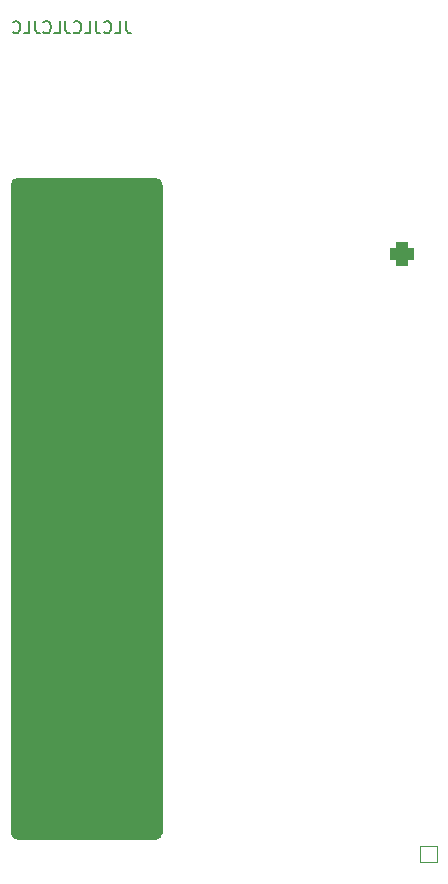
<source format=gbo>
%TF.GenerationSoftware,KiCad,Pcbnew,(7.0.0-rc2-208-g52b07b8bac)*%
%TF.CreationDate,2023-02-12T15:55:42-08:00*%
%TF.ProjectId,home-automation-sensor-lora,686f6d65-2d61-4757-946f-6d6174696f6e,rev?*%
%TF.SameCoordinates,Original*%
%TF.FileFunction,Legend,Bot*%
%TF.FilePolarity,Positive*%
%FSLAX46Y46*%
G04 Gerber Fmt 4.6, Leading zero omitted, Abs format (unit mm)*
G04 Created by KiCad (PCBNEW (7.0.0-rc2-208-g52b07b8bac)) date 2023-02-12 15:55:42*
%MOMM*%
%LPD*%
G01*
G04 APERTURE LIST*
G04 Aperture macros list*
%AMRoundRect*
0 Rectangle with rounded corners*
0 $1 Rounding radius*
0 $2 $3 $4 $5 $6 $7 $8 $9 X,Y pos of 4 corners*
0 Add a 4 corners polygon primitive as box body*
4,1,4,$2,$3,$4,$5,$6,$7,$8,$9,$2,$3,0*
0 Add four circle primitives for the rounded corners*
1,1,$1+$1,$2,$3*
1,1,$1+$1,$4,$5*
1,1,$1+$1,$6,$7*
1,1,$1+$1,$8,$9*
0 Add four rect primitives between the rounded corners*
20,1,$1+$1,$2,$3,$4,$5,0*
20,1,$1+$1,$4,$5,$6,$7,0*
20,1,$1+$1,$6,$7,$8,$9,0*
20,1,$1+$1,$8,$9,$2,$3,0*%
G04 Aperture macros list end*
%ADD10C,0.150000*%
%ADD11C,0.120000*%
%ADD12C,2.550000*%
%ADD13R,1.000000X1.000000*%
%ADD14R,1.700000X1.700000*%
%ADD15O,1.700000X1.700000*%
%ADD16C,0.533333*%
%ADD17C,0.650000*%
%ADD18O,1.050000X2.100000*%
%ADD19O,1.000000X2.000000*%
%ADD20C,3.500000*%
%ADD21RoundRect,0.500000X-0.500000X-0.500000X0.500000X-0.500000X0.500000X0.500000X-0.500000X0.500000X0*%
%ADD22C,1.270000*%
%ADD23C,2.540000*%
%ADD24C,1.778000*%
G04 APERTURE END LIST*
D10*
G36*
X149901002Y-46515000D02*
G01*
X149901002Y-46515000D01*
G75*
G02*
X150409002Y-47023000I-2J-508000D01*
G01*
X150409001Y-101887001D01*
G75*
G02*
X149901001Y-102395001I-508001J1D01*
G01*
X138217000Y-102395002D01*
G75*
G02*
X137709000Y-101887002I0J508002D01*
G01*
X137709000Y-47023000D01*
G75*
G02*
X138217000Y-46515000I508000J0D01*
G01*
X149901002Y-46515000D01*
G37*
X149901002Y-46515000D02*
X149901002Y-46515000D01*
G75*
G02*
X150409002Y-47023000I-2J-508000D01*
G01*
X150409001Y-101887001D01*
G75*
G02*
X149901001Y-102395001I-508001J1D01*
G01*
X138217000Y-102395002D01*
G75*
G02*
X137709000Y-101887002I0J508002D01*
G01*
X137709000Y-47023000D01*
G75*
G02*
X138217000Y-46515000I508000J0D01*
G01*
X149901002Y-46515000D01*
X147408049Y-33182381D02*
X147408049Y-33896667D01*
X147408049Y-33896667D02*
X147455668Y-34039524D01*
X147455668Y-34039524D02*
X147550906Y-34134762D01*
X147550906Y-34134762D02*
X147693763Y-34182381D01*
X147693763Y-34182381D02*
X147789001Y-34182381D01*
X146455668Y-34182381D02*
X146931858Y-34182381D01*
X146931858Y-34182381D02*
X146931858Y-33182381D01*
X145550906Y-34087143D02*
X145598525Y-34134762D01*
X145598525Y-34134762D02*
X145741382Y-34182381D01*
X145741382Y-34182381D02*
X145836620Y-34182381D01*
X145836620Y-34182381D02*
X145979477Y-34134762D01*
X145979477Y-34134762D02*
X146074715Y-34039524D01*
X146074715Y-34039524D02*
X146122334Y-33944286D01*
X146122334Y-33944286D02*
X146169953Y-33753810D01*
X146169953Y-33753810D02*
X146169953Y-33610953D01*
X146169953Y-33610953D02*
X146122334Y-33420477D01*
X146122334Y-33420477D02*
X146074715Y-33325239D01*
X146074715Y-33325239D02*
X145979477Y-33230001D01*
X145979477Y-33230001D02*
X145836620Y-33182381D01*
X145836620Y-33182381D02*
X145741382Y-33182381D01*
X145741382Y-33182381D02*
X145598525Y-33230001D01*
X145598525Y-33230001D02*
X145550906Y-33277620D01*
X144836620Y-33182381D02*
X144836620Y-33896667D01*
X144836620Y-33896667D02*
X144884239Y-34039524D01*
X144884239Y-34039524D02*
X144979477Y-34134762D01*
X144979477Y-34134762D02*
X145122334Y-34182381D01*
X145122334Y-34182381D02*
X145217572Y-34182381D01*
X143884239Y-34182381D02*
X144360429Y-34182381D01*
X144360429Y-34182381D02*
X144360429Y-33182381D01*
X142979477Y-34087143D02*
X143027096Y-34134762D01*
X143027096Y-34134762D02*
X143169953Y-34182381D01*
X143169953Y-34182381D02*
X143265191Y-34182381D01*
X143265191Y-34182381D02*
X143408048Y-34134762D01*
X143408048Y-34134762D02*
X143503286Y-34039524D01*
X143503286Y-34039524D02*
X143550905Y-33944286D01*
X143550905Y-33944286D02*
X143598524Y-33753810D01*
X143598524Y-33753810D02*
X143598524Y-33610953D01*
X143598524Y-33610953D02*
X143550905Y-33420477D01*
X143550905Y-33420477D02*
X143503286Y-33325239D01*
X143503286Y-33325239D02*
X143408048Y-33230001D01*
X143408048Y-33230001D02*
X143265191Y-33182381D01*
X143265191Y-33182381D02*
X143169953Y-33182381D01*
X143169953Y-33182381D02*
X143027096Y-33230001D01*
X143027096Y-33230001D02*
X142979477Y-33277620D01*
X142265191Y-33182381D02*
X142265191Y-33896667D01*
X142265191Y-33896667D02*
X142312810Y-34039524D01*
X142312810Y-34039524D02*
X142408048Y-34134762D01*
X142408048Y-34134762D02*
X142550905Y-34182381D01*
X142550905Y-34182381D02*
X142646143Y-34182381D01*
X141312810Y-34182381D02*
X141789000Y-34182381D01*
X141789000Y-34182381D02*
X141789000Y-33182381D01*
X140408048Y-34087143D02*
X140455667Y-34134762D01*
X140455667Y-34134762D02*
X140598524Y-34182381D01*
X140598524Y-34182381D02*
X140693762Y-34182381D01*
X140693762Y-34182381D02*
X140836619Y-34134762D01*
X140836619Y-34134762D02*
X140931857Y-34039524D01*
X140931857Y-34039524D02*
X140979476Y-33944286D01*
X140979476Y-33944286D02*
X141027095Y-33753810D01*
X141027095Y-33753810D02*
X141027095Y-33610953D01*
X141027095Y-33610953D02*
X140979476Y-33420477D01*
X140979476Y-33420477D02*
X140931857Y-33325239D01*
X140931857Y-33325239D02*
X140836619Y-33230001D01*
X140836619Y-33230001D02*
X140693762Y-33182381D01*
X140693762Y-33182381D02*
X140598524Y-33182381D01*
X140598524Y-33182381D02*
X140455667Y-33230001D01*
X140455667Y-33230001D02*
X140408048Y-33277620D01*
X139693762Y-33182381D02*
X139693762Y-33896667D01*
X139693762Y-33896667D02*
X139741381Y-34039524D01*
X139741381Y-34039524D02*
X139836619Y-34134762D01*
X139836619Y-34134762D02*
X139979476Y-34182381D01*
X139979476Y-34182381D02*
X140074714Y-34182381D01*
X138741381Y-34182381D02*
X139217571Y-34182381D01*
X139217571Y-34182381D02*
X139217571Y-33182381D01*
X137836619Y-34087143D02*
X137884238Y-34134762D01*
X137884238Y-34134762D02*
X138027095Y-34182381D01*
X138027095Y-34182381D02*
X138122333Y-34182381D01*
X138122333Y-34182381D02*
X138265190Y-34134762D01*
X138265190Y-34134762D02*
X138360428Y-34039524D01*
X138360428Y-34039524D02*
X138408047Y-33944286D01*
X138408047Y-33944286D02*
X138455666Y-33753810D01*
X138455666Y-33753810D02*
X138455666Y-33610953D01*
X138455666Y-33610953D02*
X138408047Y-33420477D01*
X138408047Y-33420477D02*
X138360428Y-33325239D01*
X138360428Y-33325239D02*
X138265190Y-33230001D01*
X138265190Y-33230001D02*
X138122333Y-33182381D01*
X138122333Y-33182381D02*
X138027095Y-33182381D01*
X138027095Y-33182381D02*
X137884238Y-33230001D01*
X137884238Y-33230001D02*
X137836619Y-33277620D01*
D11*
X173715001Y-102980000D02*
X172315001Y-102980000D01*
X172315001Y-102980000D02*
X172315001Y-104380000D01*
X173715001Y-104380000D02*
X173715001Y-102980000D01*
X172315001Y-104380000D02*
X173715001Y-104380000D01*
%LPC*%
D12*
X128824001Y-122715002D02*
G75*
G03*
X128824001Y-122715002I-1275000J0D01*
G01*
X215184001Y-122715002D02*
G75*
G03*
X215184001Y-122715002I-1275000J0D01*
G01*
X215184001Y-36355002D02*
G75*
G03*
X215184001Y-36355002I-1275000J0D01*
G01*
X128824001Y-36355002D02*
G75*
G03*
X128824001Y-36355002I-1275000J0D01*
G01*
D13*
X191557000Y-48293000D03*
X183937000Y-48293000D03*
D14*
X181397000Y-110269000D03*
D15*
X178857000Y-110269000D03*
X176317000Y-110269000D03*
X173777000Y-110269000D03*
D13*
X189525000Y-49817000D03*
D16*
X169662335Y-93955668D03*
X169662335Y-95029001D03*
X169662335Y-96102334D03*
X170729001Y-93955668D03*
X170729001Y-95029001D03*
X170729001Y-96102334D03*
X171795667Y-93955668D03*
X171795667Y-95029001D03*
X171795667Y-96102334D03*
D17*
X207401001Y-37495001D03*
X201621001Y-37495001D03*
D18*
X208831000Y-37995000D03*
D19*
X208830999Y-33815000D03*
D18*
X200191001Y-37994999D03*
D19*
X200191001Y-33815000D03*
D13*
X208321000Y-45499000D03*
X206289000Y-45499000D03*
D20*
X127549001Y-122715002D03*
X213909001Y-122715002D03*
D13*
X182159000Y-69883000D03*
D15*
X187239000Y-69380000D03*
X187239000Y-66840000D03*
D13*
X185461000Y-53119000D03*
X202733000Y-45499000D03*
D20*
X213909001Y-36355002D03*
D13*
X200701000Y-45499000D03*
X180127000Y-104173000D03*
D14*
X214549000Y-69121000D03*
D15*
X212009000Y-69121000D03*
D13*
X180889000Y-40165000D03*
D21*
X170729001Y-52865001D03*
D13*
X175555000Y-69883000D03*
D14*
X185964000Y-33815000D03*
D15*
X188504000Y-33815000D03*
D13*
X162601000Y-83599000D03*
D20*
X127549001Y-36355002D03*
D22*
X143043001Y-107030501D03*
X127295001Y-51785501D03*
X143043001Y-43403501D03*
D23*
X135169001Y-115666501D03*
X135169001Y-43403501D03*
D24*
X198669001Y-76995001D03*
X198669001Y-79535001D03*
X198669001Y-82075001D03*
X198669001Y-84615001D03*
X198669001Y-87155001D03*
X198669001Y-89695001D03*
X198669001Y-92235001D03*
X198669001Y-94775001D03*
X201209001Y-76995001D03*
X201209001Y-79535001D03*
X201209001Y-82075001D03*
X201209001Y-84615001D03*
X201209001Y-87155001D03*
X201209001Y-89695001D03*
X201209001Y-92235001D03*
X201209001Y-94775001D03*
X203749001Y-76995001D03*
X203749001Y-79535001D03*
X203749001Y-82075001D03*
X203749001Y-84615001D03*
X203749001Y-87155001D03*
X203749001Y-89695001D03*
X203749001Y-92235001D03*
X203749001Y-94775001D03*
X206289001Y-76995001D03*
X206289001Y-79535001D03*
X206289001Y-82075001D03*
X206289001Y-84615001D03*
X206289001Y-87155001D03*
X206289001Y-89695001D03*
X206289001Y-92235001D03*
X206289001Y-94775001D03*
X208829001Y-76995001D03*
X208829001Y-79535001D03*
X208829001Y-82075001D03*
X208829001Y-84615001D03*
X208829001Y-87155001D03*
X208829001Y-89695001D03*
X208829001Y-92235001D03*
X208829001Y-94775001D03*
X211369001Y-76995001D03*
X211369001Y-79535001D03*
X211369001Y-82075001D03*
X211369001Y-84615001D03*
X211369001Y-87155001D03*
X211369001Y-89695001D03*
X211369001Y-92235001D03*
X211369001Y-94775001D03*
X213909001Y-76995001D03*
X213909001Y-79535001D03*
X213909001Y-82075001D03*
X213909001Y-84615001D03*
X213909001Y-87155001D03*
X213909001Y-89695001D03*
X213909001Y-92235001D03*
X213909001Y-94775001D03*
X196129001Y-94775001D03*
X196129001Y-92235001D03*
X196129001Y-89695001D03*
X196129001Y-87155001D03*
X196129001Y-84615001D03*
X196129001Y-82075001D03*
X196129001Y-79535001D03*
X196129001Y-76995001D03*
D13*
X173015000Y-103679999D03*
M02*

</source>
